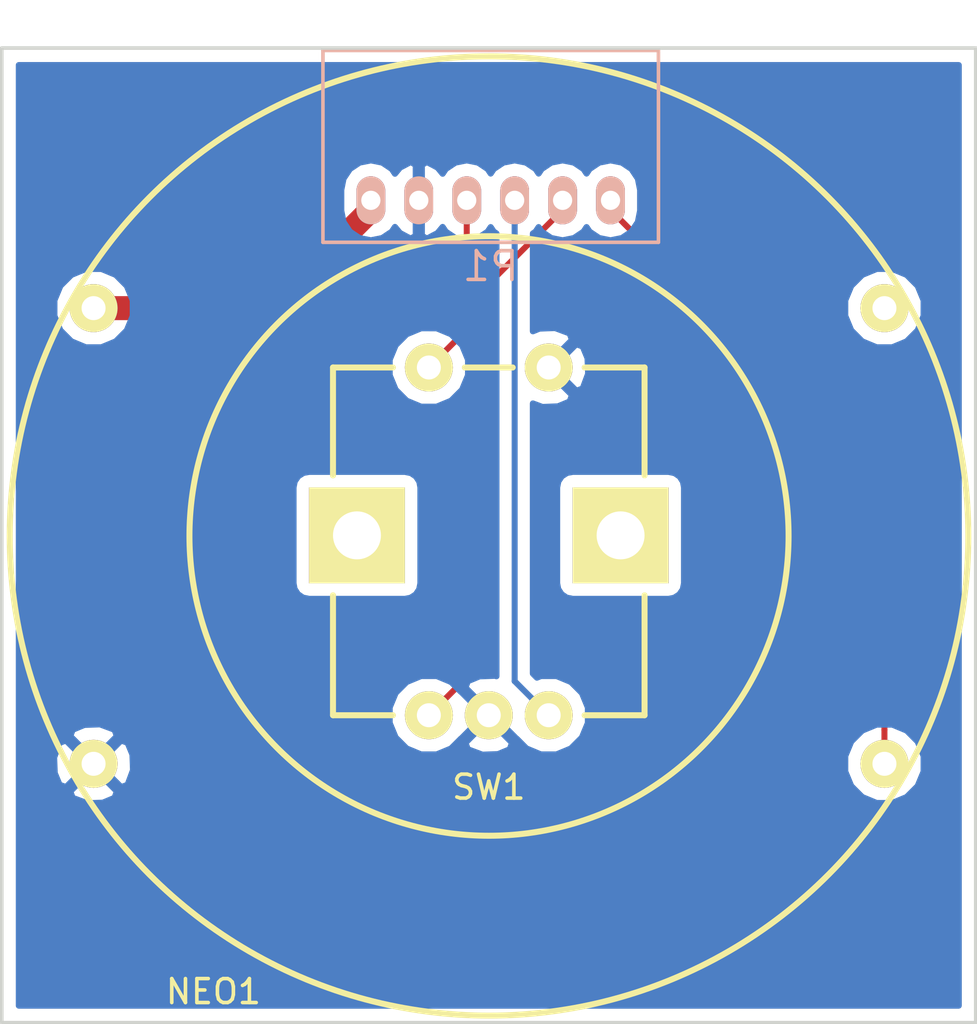
<source format=kicad_pcb>
(kicad_pcb (version 4) (host pcbnew 4.0.1-stable)

  (general
    (links 8)
    (no_connects 0)
    (area 128.274999 82.81 168.925001 125.760001)
    (thickness 1.6)
    (drawings 5)
    (tracks 15)
    (zones 0)
    (modules 3)
    (nets 8)
  )

  (page A4)
  (layers
    (0 F.Cu signal)
    (31 B.Cu signal)
    (32 B.Adhes user)
    (33 F.Adhes user)
    (34 B.Paste user)
    (35 F.Paste user)
    (36 B.SilkS user)
    (37 F.SilkS user)
    (38 B.Mask user)
    (39 F.Mask user)
    (40 Dwgs.User user)
    (41 Cmts.User user)
    (42 Eco1.User user)
    (43 Eco2.User user)
    (44 Edge.Cuts user)
    (45 Margin user)
    (46 B.CrtYd user)
    (47 F.CrtYd user)
    (48 B.Fab user)
    (49 F.Fab user)
  )

  (setup
    (last_trace_width 0.25)
    (trace_clearance 0.2)
    (zone_clearance 0.508)
    (zone_45_only no)
    (trace_min 0.2)
    (segment_width 0.2)
    (edge_width 0.15)
    (via_size 0.6)
    (via_drill 0.4)
    (via_min_size 0.4)
    (via_min_drill 0.3)
    (uvia_size 0.3)
    (uvia_drill 0.1)
    (uvias_allowed no)
    (uvia_min_size 0.2)
    (uvia_min_drill 0.1)
    (pcb_text_width 0.3)
    (pcb_text_size 1.5 1.5)
    (mod_edge_width 0.15)
    (mod_text_size 1 1)
    (mod_text_width 0.15)
    (pad_size 1.524 1.524)
    (pad_drill 0.762)
    (pad_to_mask_clearance 0.2)
    (aux_axis_origin 0 0)
    (visible_elements FFFFFF7F)
    (pcbplotparams
      (layerselection 0x00030_80000001)
      (usegerberextensions false)
      (excludeedgelayer true)
      (linewidth 0.100000)
      (plotframeref false)
      (viasonmask false)
      (mode 1)
      (useauxorigin false)
      (hpglpennumber 1)
      (hpglpenspeed 20)
      (hpglpendiameter 15)
      (hpglpenoverlay 2)
      (psnegative false)
      (psa4output false)
      (plotreference true)
      (plotvalue true)
      (plotinvisibletext false)
      (padsonsilk false)
      (subtractmaskfromsilk false)
      (outputformat 1)
      (mirror false)
      (drillshape 1)
      (scaleselection 1)
      (outputdirectory ""))
  )

  (net 0 "")
  (net 1 /+5V)
  (net 2 /Gnd)
  (net 3 /Btn)
  (net 4 /ROT_A)
  (net 5 /ROT_B)
  (net 6 /NEO)
  (net 7 "Net-(NEO1-Pad4)")

  (net_class Default "This is the default net class."
    (clearance 0.2)
    (trace_width 0.25)
    (via_dia 0.6)
    (via_drill 0.4)
    (uvia_dia 0.3)
    (uvia_drill 0.1)
    (add_net /Btn)
    (add_net /NEO)
    (add_net /ROT_A)
    (add_net /ROT_B)
    (add_net "Net-(NEO1-Pad4)")
  )

  (net_class Power ""
    (clearance 0.2)
    (trace_width 1)
    (via_dia 1)
    (via_drill 0.8)
    (uvia_dia 0.3)
    (uvia_drill 0.1)
    (add_net /+5V)
    (add_net /Gnd)
  )

  (module JST-RA:JST-6RA (layer B.Cu) (tedit 56E9E295) (tstamp 575DE8F6)
    (at 148.67 91.44)
    (path /575DD156)
    (fp_text reference P1 (at 0 2.75) (layer B.SilkS)
      (effects (font (size 1.2 1.2) (thickness 0.15)) (justify mirror))
    )
    (fp_text value CONNECTOR (at 0.25 -4.25) (layer B.Fab)
      (effects (font (size 1.2 1.2) (thickness 0.15)) (justify mirror))
    )
    (fp_line (start -7 -6.25) (end -7 1.75) (layer B.SilkS) (width 0.15))
    (fp_line (start 7 -6.25) (end -7 -6.25) (layer B.SilkS) (width 0.15))
    (fp_line (start 7 1.75) (end 7 -6.25) (layer B.SilkS) (width 0.15))
    (fp_line (start -7 1.75) (end 7 1.75) (layer B.SilkS) (width 0.15))
    (pad 1 thru_hole oval (at -5 0) (size 1.2 2) (drill 0.8) (layers *.Cu *.Mask B.SilkS)
      (net 1 /+5V))
    (pad 2 thru_hole oval (at -3 0) (size 1.2 2) (drill 0.8) (layers *.Cu *.Mask B.SilkS)
      (net 2 /Gnd))
    (pad 3 thru_hole oval (at -1 0) (size 1.2 2) (drill 0.8) (layers *.Cu *.Mask B.SilkS)
      (net 3 /Btn))
    (pad 4 thru_hole oval (at 1 0) (size 1.2 2) (drill 0.8) (layers *.Cu *.Mask B.SilkS)
      (net 4 /ROT_A))
    (pad 5 thru_hole oval (at 3 0) (size 1.2 2) (drill 0.8) (layers *.Cu *.Mask B.SilkS)
      (net 5 /ROT_B))
    (pad 6 thru_hole oval (at 5 0) (size 1.2 2) (drill 0.8) (layers *.Cu *.Mask B.SilkS)
      (net 6 /NEO))
  )

  (module Rotary_Encoder:Rotary_Encoder (layer F.Cu) (tedit 575DE0B2) (tstamp 575DE90A)
    (at 148.59 105.41)
    (path /575DDB0B)
    (fp_text reference SW1 (at 0 10.5) (layer F.SilkS)
      (effects (font (size 1 1) (thickness 0.15)))
    )
    (fp_text value Rotary_Encoder (at 0 -10.5) (layer F.Fab)
      (effects (font (size 1 1) (thickness 0.15)))
    )
    (fp_line (start -1 -7) (end 1 -7) (layer F.SilkS) (width 0.25))
    (fp_line (start -6.5 7.5) (end -6.5 2.5) (layer F.SilkS) (width 0.25))
    (fp_line (start -4 7.5) (end -6.5 7.5) (layer F.SilkS) (width 0.25))
    (fp_line (start 6.5 7.5) (end 4 7.5) (layer F.SilkS) (width 0.25))
    (fp_line (start 6.5 2.5) (end 6.5 7.5) (layer F.SilkS) (width 0.25))
    (fp_line (start 6.5 -7) (end 6.5 -2.5) (layer F.SilkS) (width 0.25))
    (fp_line (start 4 -7) (end 6.5 -7) (layer F.SilkS) (width 0.25))
    (fp_line (start -6.5 -7) (end -4 -7) (layer F.SilkS) (width 0.25))
    (fp_line (start -6.5 -2.5) (end -6.5 -7) (layer F.SilkS) (width 0.25))
    (pad 6 thru_hole rect (at 5.5 0) (size 4 4) (drill 2) (layers *.Cu *.Mask F.SilkS))
    (pad 6 thru_hole rect (at -5.5 0) (size 4 4) (drill 2) (layers *.Cu *.Mask F.SilkS))
    (pad 1 thru_hole circle (at 2.5 -7) (size 2 2) (drill 1) (layers *.Cu *.Mask F.SilkS)
      (net 2 /Gnd))
    (pad 2 thru_hole circle (at -2.5 -7) (size 2 2) (drill 1) (layers *.Cu *.Mask F.SilkS)
      (net 3 /Btn))
    (pad 4 thru_hole circle (at 0 7.5) (size 2 2) (drill 1) (layers *.Cu *.Mask F.SilkS)
      (net 2 /Gnd))
    (pad 5 thru_hole circle (at -2.5 7.5) (size 2 2) (drill 1) (layers *.Cu *.Mask F.SilkS)
      (net 5 /ROT_B))
    (pad 3 thru_hole circle (at 2.5 7.5) (size 2 2) (drill 1) (layers *.Cu *.Mask F.SilkS)
      (net 4 /ROT_A))
  )

  (module NeoPixel:NeoPixel_Ring_12 (layer F.Cu) (tedit 575DE61A) (tstamp 575DE9D0)
    (at 148.6 105.435)
    (path /575DE899)
    (fp_text reference NEO1 (at -11.5 19) (layer F.SilkS)
      (effects (font (size 1 1) (thickness 0.15)))
    )
    (fp_text value Neopixel (at 0 -21.5) (layer F.Fab)
      (effects (font (size 1 1) (thickness 0.15)))
    )
    (fp_circle (center 0 0) (end 12.5 0) (layer F.SilkS) (width 0.25))
    (fp_circle (center 0 0) (end 20 0) (layer F.SilkS) (width 0.25))
    (pad 1 thru_hole circle (at -16.5 -9.5) (size 2 2) (drill 1) (layers *.Cu *.Mask F.SilkS)
      (net 1 /+5V))
    (pad 2 thru_hole circle (at -16.5 9.5) (size 2 2) (drill 1) (layers *.Cu *.Mask F.SilkS)
      (net 2 /Gnd))
    (pad 3 thru_hole circle (at 16.5 9.5) (size 2 2) (drill 1) (layers *.Cu *.Mask F.SilkS)
      (net 6 /NEO))
    (pad 4 thru_hole circle (at 16.5 -9.5) (size 2 2) (drill 1) (layers *.Cu *.Mask F.SilkS)
      (net 7 "Net-(NEO1-Pad4)"))
  )

  (gr_text "v@nce.me\nRotary Input V1.0" (at 148.59 120.015) (layer B.Mask)
    (effects (font (size 1.5 1.5) (thickness 0.3)) (justify mirror))
  )
  (gr_line (start 128.27 125.73) (end 128.27 85.09) (layer Edge.Cuts) (width 0.15))
  (gr_line (start 168.91 125.73) (end 128.27 125.73) (layer Edge.Cuts) (width 0.15))
  (gr_line (start 168.91 85.09) (end 168.91 125.73) (layer Edge.Cuts) (width 0.15))
  (gr_line (start 128.27 85.09) (end 168.91 85.09) (layer Edge.Cuts) (width 0.15))

  (segment (start 132.1 95.935) (end 139.575 95.935) (width 1) (layer F.Cu) (net 1))
  (segment (start 139.575 95.935) (end 143.67 91.84) (width 1) (layer F.Cu) (net 1))
  (segment (start 143.67 91.84) (end 143.67 91.44) (width 1) (layer F.Cu) (net 1))
  (segment (start 147.67 91.44) (end 147.67 96.83) (width 0.25) (layer F.Cu) (net 3))
  (segment (start 147.67 96.83) (end 146.09 98.41) (width 0.25) (layer F.Cu) (net 3))
  (segment (start 149.67 91.44) (end 149.67 111.49) (width 0.25) (layer B.Cu) (net 4))
  (segment (start 149.67 111.49) (end 151.09 112.91) (width 0.25) (layer B.Cu) (net 4))
  (segment (start 146.09 112.91) (end 148.120009 110.879991) (width 0.25) (layer F.Cu) (net 5))
  (segment (start 148.120009 110.879991) (end 148.120009 95.389991) (width 0.25) (layer F.Cu) (net 5))
  (segment (start 148.120009 95.389991) (end 151.67 91.84) (width 0.25) (layer F.Cu) (net 5))
  (segment (start 151.67 91.84) (end 151.67 91.44) (width 0.25) (layer F.Cu) (net 5))
  (segment (start 153.67 91.44) (end 153.67 91.84) (width 0.25) (layer F.Cu) (net 6))
  (segment (start 153.67 91.84) (end 165.1 103.27) (width 0.25) (layer F.Cu) (net 6))
  (segment (start 165.1 103.27) (end 165.1 113.520787) (width 0.25) (layer F.Cu) (net 6))
  (segment (start 165.1 113.520787) (end 165.1 114.935) (width 0.25) (layer F.Cu) (net 6))

  (zone (net 2) (net_name /Gnd) (layer B.Cu) (tstamp 0) (hatch edge 0.508)
    (connect_pads (clearance 0.508))
    (min_thickness 0.254)
    (fill yes (arc_segments 16) (thermal_gap 0.508) (thermal_bridge_width 0.508))
    (polygon
      (pts
        (xy 128.27 85.09) (xy 168.91 85.09) (xy 168.91 125.73) (xy 128.27 125.73)
      )
    )
    (filled_polygon
      (pts
        (xy 168.2 125.02) (xy 128.98 125.02) (xy 128.98 116.087532) (xy 131.127073 116.087532) (xy 131.225736 116.354387)
        (xy 131.835461 116.580908) (xy 132.48546 116.556856) (xy 132.974264 116.354387) (xy 133.072927 116.087532) (xy 132.1 115.114605)
        (xy 131.127073 116.087532) (xy 128.98 116.087532) (xy 128.98 114.670461) (xy 130.454092 114.670461) (xy 130.478144 115.32046)
        (xy 130.680613 115.809264) (xy 130.947468 115.907927) (xy 131.920395 114.935) (xy 132.279605 114.935) (xy 133.252532 115.907927)
        (xy 133.519387 115.809264) (xy 133.723893 115.258795) (xy 163.464716 115.258795) (xy 163.713106 115.859943) (xy 164.172637 116.320278)
        (xy 164.773352 116.569716) (xy 165.423795 116.570284) (xy 166.024943 116.321894) (xy 166.485278 115.862363) (xy 166.734716 115.261648)
        (xy 166.735284 114.611205) (xy 166.486894 114.010057) (xy 166.027363 113.549722) (xy 165.426648 113.300284) (xy 164.776205 113.299716)
        (xy 164.175057 113.548106) (xy 163.714722 114.007637) (xy 163.465284 114.608352) (xy 163.464716 115.258795) (xy 133.723893 115.258795)
        (xy 133.745908 115.199539) (xy 133.721856 114.54954) (xy 133.519387 114.060736) (xy 133.252532 113.962073) (xy 132.279605 114.935)
        (xy 131.920395 114.935) (xy 130.947468 113.962073) (xy 130.680613 114.060736) (xy 130.454092 114.670461) (xy 128.98 114.670461)
        (xy 128.98 113.782468) (xy 131.127073 113.782468) (xy 132.1 114.755395) (xy 133.072927 113.782468) (xy 132.974264 113.515613)
        (xy 132.364539 113.289092) (xy 131.71454 113.313144) (xy 131.225736 113.515613) (xy 131.127073 113.782468) (xy 128.98 113.782468)
        (xy 128.98 113.233795) (xy 144.454716 113.233795) (xy 144.703106 113.834943) (xy 145.162637 114.295278) (xy 145.763352 114.544716)
        (xy 146.413795 114.545284) (xy 147.014943 114.296894) (xy 147.249715 114.062532) (xy 147.617073 114.062532) (xy 147.715736 114.329387)
        (xy 148.325461 114.555908) (xy 148.97546 114.531856) (xy 149.464264 114.329387) (xy 149.562927 114.062532) (xy 148.59 113.089605)
        (xy 147.617073 114.062532) (xy 147.249715 114.062532) (xy 147.431752 113.880813) (xy 147.437468 113.882927) (xy 148.410395 112.91)
        (xy 147.437468 111.937073) (xy 147.431278 111.939361) (xy 147.017363 111.524722) (xy 146.416648 111.275284) (xy 145.766205 111.274716)
        (xy 145.165057 111.523106) (xy 144.704722 111.982637) (xy 144.455284 112.583352) (xy 144.454716 113.233795) (xy 128.98 113.233795)
        (xy 128.98 103.41) (xy 140.44256 103.41) (xy 140.44256 107.41) (xy 140.486838 107.645317) (xy 140.62591 107.861441)
        (xy 140.83811 108.006431) (xy 141.09 108.05744) (xy 145.09 108.05744) (xy 145.325317 108.013162) (xy 145.541441 107.87409)
        (xy 145.686431 107.66189) (xy 145.73744 107.41) (xy 145.73744 103.41) (xy 145.693162 103.174683) (xy 145.55409 102.958559)
        (xy 145.34189 102.813569) (xy 145.09 102.76256) (xy 141.09 102.76256) (xy 140.854683 102.806838) (xy 140.638559 102.94591)
        (xy 140.493569 103.15811) (xy 140.44256 103.41) (xy 128.98 103.41) (xy 128.98 98.733795) (xy 144.454716 98.733795)
        (xy 144.703106 99.334943) (xy 145.162637 99.795278) (xy 145.763352 100.044716) (xy 146.413795 100.045284) (xy 147.014943 99.796894)
        (xy 147.475278 99.337363) (xy 147.724716 98.736648) (xy 147.725284 98.086205) (xy 147.476894 97.485057) (xy 147.017363 97.024722)
        (xy 146.416648 96.775284) (xy 145.766205 96.774716) (xy 145.165057 97.023106) (xy 144.704722 97.482637) (xy 144.455284 98.083352)
        (xy 144.454716 98.733795) (xy 128.98 98.733795) (xy 128.98 96.258795) (xy 130.464716 96.258795) (xy 130.713106 96.859943)
        (xy 131.172637 97.320278) (xy 131.773352 97.569716) (xy 132.423795 97.570284) (xy 133.024943 97.321894) (xy 133.485278 96.862363)
        (xy 133.734716 96.261648) (xy 133.735284 95.611205) (xy 133.486894 95.010057) (xy 133.027363 94.549722) (xy 132.426648 94.300284)
        (xy 131.776205 94.299716) (xy 131.175057 94.548106) (xy 130.714722 95.007637) (xy 130.465284 95.608352) (xy 130.464716 96.258795)
        (xy 128.98 96.258795) (xy 128.98 91.007968) (xy 142.435 91.007968) (xy 142.435 91.872032) (xy 142.529009 92.344646)
        (xy 142.796723 92.745309) (xy 143.197386 93.013023) (xy 143.67 93.107032) (xy 144.142614 93.013023) (xy 144.543277 92.745309)
        (xy 144.675218 92.547845) (xy 144.886526 92.80308) (xy 145.314719 93.029592) (xy 145.352391 93.033462) (xy 145.543 92.908731)
        (xy 145.543 91.567) (xy 145.523 91.567) (xy 145.523 91.313) (xy 145.543 91.313) (xy 145.543 89.971269)
        (xy 145.797 89.971269) (xy 145.797 91.313) (xy 145.817 91.313) (xy 145.817 91.567) (xy 145.797 91.567)
        (xy 145.797 92.908731) (xy 145.987609 93.033462) (xy 146.025281 93.029592) (xy 146.453474 92.80308) (xy 146.664782 92.547845)
        (xy 146.796723 92.745309) (xy 147.197386 93.013023) (xy 147.67 93.107032) (xy 148.142614 93.013023) (xy 148.543277 92.745309)
        (xy 148.67 92.555654) (xy 148.796723 92.745309) (xy 148.91 92.820998) (xy 148.91 111.284697) (xy 148.854539 111.264092)
        (xy 148.20454 111.288144) (xy 147.715736 111.490613) (xy 147.617073 111.757468) (xy 148.59 112.730395) (xy 148.604143 112.716253)
        (xy 148.783748 112.895858) (xy 148.769605 112.91) (xy 149.742532 113.882927) (xy 149.748722 113.880639) (xy 150.162637 114.295278)
        (xy 150.763352 114.544716) (xy 151.413795 114.545284) (xy 152.014943 114.296894) (xy 152.475278 113.837363) (xy 152.724716 113.236648)
        (xy 152.725284 112.586205) (xy 152.476894 111.985057) (xy 152.017363 111.524722) (xy 151.416648 111.275284) (xy 150.766205 111.274716)
        (xy 150.598721 111.343919) (xy 150.43 111.175198) (xy 150.43 103.41) (xy 151.44256 103.41) (xy 151.44256 107.41)
        (xy 151.486838 107.645317) (xy 151.62591 107.861441) (xy 151.83811 108.006431) (xy 152.09 108.05744) (xy 156.09 108.05744)
        (xy 156.325317 108.013162) (xy 156.541441 107.87409) (xy 156.686431 107.66189) (xy 156.73744 107.41) (xy 156.73744 103.41)
        (xy 156.693162 103.174683) (xy 156.55409 102.958559) (xy 156.34189 102.813569) (xy 156.09 102.76256) (xy 152.09 102.76256)
        (xy 151.854683 102.806838) (xy 151.638559 102.94591) (xy 151.493569 103.15811) (xy 151.44256 103.41) (xy 150.43 103.41)
        (xy 150.43 99.908989) (xy 150.825461 100.055908) (xy 151.47546 100.031856) (xy 151.964264 99.829387) (xy 152.062927 99.562532)
        (xy 151.09 98.589605) (xy 151.075858 98.603748) (xy 150.896253 98.424143) (xy 150.910395 98.41) (xy 151.269605 98.41)
        (xy 152.242532 99.382927) (xy 152.509387 99.284264) (xy 152.735908 98.674539) (xy 152.711856 98.02454) (xy 152.509387 97.535736)
        (xy 152.242532 97.437073) (xy 151.269605 98.41) (xy 150.910395 98.41) (xy 150.896253 98.395858) (xy 151.075858 98.216253)
        (xy 151.09 98.230395) (xy 152.062927 97.257468) (xy 151.964264 96.990613) (xy 151.354539 96.764092) (xy 150.70454 96.788144)
        (xy 150.43 96.901862) (xy 150.43 96.258795) (xy 163.464716 96.258795) (xy 163.713106 96.859943) (xy 164.172637 97.320278)
        (xy 164.773352 97.569716) (xy 165.423795 97.570284) (xy 166.024943 97.321894) (xy 166.485278 96.862363) (xy 166.734716 96.261648)
        (xy 166.735284 95.611205) (xy 166.486894 95.010057) (xy 166.027363 94.549722) (xy 165.426648 94.300284) (xy 164.776205 94.299716)
        (xy 164.175057 94.548106) (xy 163.714722 95.007637) (xy 163.465284 95.608352) (xy 163.464716 96.258795) (xy 150.43 96.258795)
        (xy 150.43 92.820998) (xy 150.543277 92.745309) (xy 150.67 92.555654) (xy 150.796723 92.745309) (xy 151.197386 93.013023)
        (xy 151.67 93.107032) (xy 152.142614 93.013023) (xy 152.543277 92.745309) (xy 152.67 92.555654) (xy 152.796723 92.745309)
        (xy 153.197386 93.013023) (xy 153.67 93.107032) (xy 154.142614 93.013023) (xy 154.543277 92.745309) (xy 154.810991 92.344646)
        (xy 154.905 91.872032) (xy 154.905 91.007968) (xy 154.810991 90.535354) (xy 154.543277 90.134691) (xy 154.142614 89.866977)
        (xy 153.67 89.772968) (xy 153.197386 89.866977) (xy 152.796723 90.134691) (xy 152.67 90.324346) (xy 152.543277 90.134691)
        (xy 152.142614 89.866977) (xy 151.67 89.772968) (xy 151.197386 89.866977) (xy 150.796723 90.134691) (xy 150.67 90.324346)
        (xy 150.543277 90.134691) (xy 150.142614 89.866977) (xy 149.67 89.772968) (xy 149.197386 89.866977) (xy 148.796723 90.134691)
        (xy 148.67 90.324346) (xy 148.543277 90.134691) (xy 148.142614 89.866977) (xy 147.67 89.772968) (xy 147.197386 89.866977)
        (xy 146.796723 90.134691) (xy 146.664782 90.332155) (xy 146.453474 90.07692) (xy 146.025281 89.850408) (xy 145.987609 89.846538)
        (xy 145.797 89.971269) (xy 145.543 89.971269) (xy 145.352391 89.846538) (xy 145.314719 89.850408) (xy 144.886526 90.07692)
        (xy 144.675218 90.332155) (xy 144.543277 90.134691) (xy 144.142614 89.866977) (xy 143.67 89.772968) (xy 143.197386 89.866977)
        (xy 142.796723 90.134691) (xy 142.529009 90.535354) (xy 142.435 91.007968) (xy 128.98 91.007968) (xy 128.98 85.8)
        (xy 168.2 85.8)
      )
    )
  )
)

</source>
